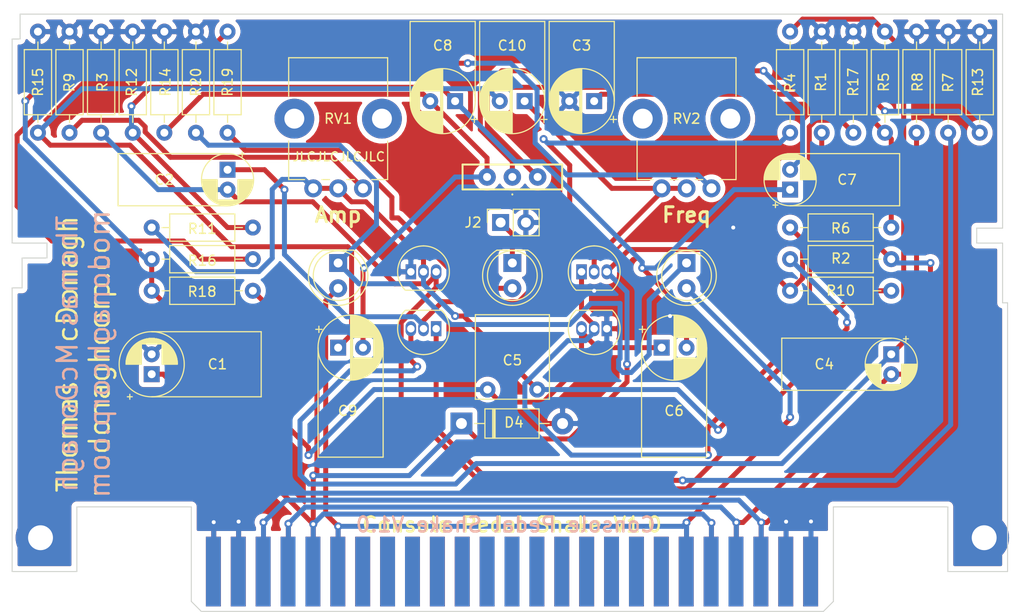
<source format=kicad_pcb>
(kicad_pcb (version 20171130) (host pcbnew "(5.1.7)-1")
  (layers (0 F.Cu signal) (31 B.Cu signal) (34 B.Paste user) (35 F.Paste user) (36 B.SilkS user) (37 F.SilkS user) (38 B.Mask user hide) (39 F.Mask user hide) (44 Edge.Cuts user))
  (net 0 "")
  (net 1 GND)
  (net 2 /LEDPower)
  (net 3 /Input)
  (net 4 /Output)
  (net 5 +9V)
  (net 6 "Net-(D1-Pad1)")
  (net 7 "Net-(C7-Pad2)")
  (net 8 "Net-(C8-Pad2)")
  (net 9 "Net-(C2-Pad1)")
  (net 10 "Net-(C2-Pad2)")
  (net 11 "Net-(C3-Pad1)")
  (net 12 "Net-(C4-Pad1)")
  (net 13 "Net-(C5-Pad1)")
  (net 14 "Net-(C5-Pad2)")
  (net 15 "Net-(C6-Pad2)")
  (net 16 "Net-(C10-Pad2)")
  (net 17 "Net-(C10-Pad1)")
  (net 18 "Net-(D3-Pad1)")
  (net 19 "Net-(D3-Pad2)")
  (net 20 "Net-(Q1-Pad1)")
  (net 21 "Net-(Q3-Pad1)")
  (net 22 "Net-(R9-Pad2)")
  (net 23 "Net-(R13-Pad1)")
  (net 24 "Net-(R16-Pad1)")
  (module libraries:MSS10255914AD (layer F.Cu) (at 132.75 86.36)
    (fp_text reference SW1 hide)
    (fp_text value Speed hide)
    (pad 1 thru_hole circle (at 0 0) (size 1.75 1.75) (drill 0.8) (layers *.Cu *.Mask) (net 7 "Net-(C7-Pad2)"))
    (pad 2 thru_hole circle (at -2.54 0) (size 1.75 1.75) (drill 0.8) (layers *.Cu *.Mask) (net 8 "Net-(C8-Pad2)"))
    (pad 3 thru_hole circle (at 2.54 0) (size 1.75 1.75) (drill 0.8) (layers *.Cu *.Mask) (net 23 "Net-(R13-Pad1)"))
  )
  (module LED_THT:LED_D5.0mm (layer F.Cu) (at 115.25 95 270)
    (fp_text reference D1 hide)
    (fp_text value LED)
    (pad 1 thru_hole rect (at 0 0 270) (size 1.8 1.8) (drill 0.9) (layers *.Cu *.Mask) (net 6 "Net-(D1-Pad1)"))
    (pad 2 thru_hole circle (at 2.54 0 270) (size 1.8 1.8) (drill 0.9) (layers *.Cu *.Mask) (net 2 /LEDPower))
  )
  (module LED_THT:LED_D5.0mm (layer F.Cu) (at 150.25 95 270)
    (fp_text reference D2 hide)
    (fp_text value LED)
    (pad 2 thru_hole circle (at 2.54 0 270) (size 1.8 1.8) (drill 0.9) (layers *.Cu *.Mask) (net 2 /LEDPower))
    (pad 1 thru_hole rect (at 0 0 270) (size 1.8 1.8) (drill 0.9) (layers *.Cu *.Mask) (net 6 "Net-(D1-Pad1)"))
  )
  (module libraries:N64-Connector (layer F.Cu) (at 132.715 126)
    (fp_text reference J1 hide)
    (fp_text value Conn_02x25_Counter_Clockwise)
    (pad 1 connect rect (at -30 0) (size 1.5 7) (layers F.Cu F.Mask) (net 1 GND))
    (pad 2 connect rect (at -27.5 0) (size 1.5 7) (layers F.Cu F.Mask) (net 1 GND))
    (pad 3 connect rect (at -25 0) (size 1.5 7) (layers F.Cu F.Mask) (net 3 /Input))
    (pad 4 connect rect (at -22.5 0) (size 1.5 7) (layers F.Cu F.Mask) (net 4 /Output))
    (pad 5 connect rect (at -20 0) (size 1.5 7) (layers F.Cu F.Mask) (net 5 +9V))
    (pad 6 connect rect (at -17.5 0) (size 1.5 7) (layers F.Cu F.Mask) (net 2 /LEDPower))
    (pad 7 connect rect (at -15 0) (size 1.5 7) (layers F.Cu F.Mask))
    (pad 8 connect rect (at -12.5 0) (size 1.5 7) (layers F.Cu F.Mask))
    (pad 9 connect rect (at -10 0) (size 1.5 7) (layers F.Cu F.Mask))
    (pad 10 connect rect (at -7.5 0) (size 1.5 7) (layers F.Cu F.Mask))
    (pad 11 connect rect (at -5 0) (size 1.5 7) (layers F.Cu F.Mask))
    (pad 12 connect rect (at -2.5 0) (size 1.5 7) (layers F.Cu F.Mask))
    (pad 13 connect rect (at 0 0) (size 1.5 7) (layers F.Cu F.Mask))
    (pad 14 connect rect (at 2.5 0) (size 1.5 7) (layers F.Cu F.Mask))
    (pad 15 connect rect (at 5 0) (size 1.5 7) (layers F.Cu F.Mask))
    (pad 16 connect rect (at 7.5 0) (size 1.5 7) (layers F.Cu F.Mask))
    (pad 17 connect rect (at 10 0) (size 1.5 7) (layers F.Cu F.Mask))
    (pad 18 connect rect (at 12.5 0) (size 1.5 7) (layers F.Cu F.Mask))
    (pad 19 connect rect (at 15 0) (size 1.5 7) (layers F.Cu F.Mask))
    (pad 20 connect rect (at 17.5 0) (size 1.5 7) (layers F.Cu F.Mask) (net 2 /LEDPower))
    (pad 21 connect rect (at 20 0) (size 1.5 7) (layers F.Cu F.Mask) (net 5 +9V))
    (pad 22 connect rect (at 22.5 0) (size 1.5 7) (layers F.Cu F.Mask) (net 4 /Output))
    (pad 23 connect rect (at 25 0) (size 1.5 7) (layers F.Cu F.Mask) (net 3 /Input))
    (pad 24 connect rect (at 27.5 0) (size 1.5 7) (layers F.Cu F.Mask) (net 1 GND))
    (pad 25 connect rect (at 30 0) (size 1.5 7) (layers F.Cu F.Mask) (net 1 GND))
    (pad 26 connect rect (at -30 0) (size 1.5 7) (layers B.Cu B.Mask) (net 1 GND))
    (pad 27 connect rect (at -27.5 0) (size 1.5 7) (layers B.Cu B.Mask) (net 1 GND))
    (pad 28 connect rect (at -25 0) (size 1.5 7) (layers B.Cu B.Mask) (net 3 /Input))
    (pad 29 connect rect (at -22.5 0) (size 1.5 7) (layers B.Cu B.Mask) (net 4 /Output))
    (pad 30 connect rect (at -20 0) (size 1.5 7) (layers B.Cu B.Mask) (net 5 +9V))
    (pad 31 connect rect (at -17.5 0) (size 1.5 7) (layers B.Cu B.Mask) (net 2 /LEDPower))
    (pad 32 connect rect (at -15 0) (size 1.5 7) (layers B.Cu B.Mask))
    (pad 33 connect rect (at -12.5 0) (size 1.5 7) (layers B.Cu B.Mask))
    (pad 34 connect rect (at -10 0) (size 1.5 7) (layers B.Cu B.Mask))
    (pad 35 connect rect (at -7.5 0) (size 1.5 7) (layers B.Cu B.Mask))
    (pad 36 connect rect (at -5 0) (size 1.5 7) (layers B.Cu B.Mask))
    (pad 37 connect rect (at -2.5 0) (size 1.5 7) (layers B.Cu B.Mask))
    (pad 38 connect rect (at 0 0) (size 1.5 7) (layers B.Cu B.Mask))
    (pad 39 connect rect (at 2.5 0) (size 1.5 7) (layers B.Cu B.Mask))
    (pad 40 connect rect (at 5 0) (size 1.5 7) (layers B.Cu B.Mask))
    (pad 41 connect rect (at 7.5 0) (size 1.5 7) (layers B.Cu B.Mask))
    (pad 42 connect rect (at 10 0) (size 1.5 7) (layers B.Cu B.Mask))
    (pad 43 connect rect (at 12.5 0) (size 1.5 7) (layers B.Cu B.Mask))
    (pad 44 connect rect (at 15 0) (size 1.5 7) (layers B.Cu B.Mask))
    (pad 45 connect rect (at 17.5 0) (size 1.5 7) (layers B.Cu B.Mask) (net 2 /LEDPower))
    (pad 46 connect rect (at 20 0) (size 1.5 7) (layers B.Cu B.Mask) (net 5 +9V))
    (pad 47 connect rect (at 22.5 0) (size 1.5 7) (layers B.Cu B.Mask) (net 4 /Output))
    (pad 48 connect rect (at 25 0) (size 1.5 7) (layers B.Cu B.Mask) (net 3 /Input))
    (pad 49 connect rect (at 27.5 0) (size 1.5 7) (layers B.Cu B.Mask) (net 1 GND))
    (pad 50 connect rect (at 30 0) (size 1.5 7) (layers B.Cu B.Mask) (net 1 GND))
  )
  (module MountingHole:MountingHole_2.5mm_Pad (layer F.Cu) (at 85.35 122.6)
    (fp_text reference H1 hide)
    (fp_text value MountingHole_Pad)
    (pad 1 thru_hole circle (at 0 0) (size 5 5) (drill 2.5) (layers *.Cu *.Mask) (net 1 GND))
  )
  (module MountingHole:MountingHole_2.5mm_Pad (layer F.Cu) (at 180.15 122.6)
    (fp_text reference H2 hide)
    (fp_text value MountingHole_Pad)
    (pad 1 thru_hole circle (at 0 0) (size 5 5) (drill 2.5) (layers *.Cu *.Mask) (net 1 GND))
  )
  (module Resistor_THT:R_Axial_DIN0207_L6.3mm_D2.5mm_P10.16mm_Horizontal (layer F.Cu) (at 100.965 71.755 270)
    (fp_text reference R20 (at 5.08 0 90) (layer F.SilkS))
    (fp_text value 100K)
    (pad 1 thru_hole circle (at 0 0 270) (size 1.6 1.6) (drill 0.8) (layers *.Cu *.Mask) (net 1 GND))
    (pad 2 thru_hole oval (at 10.16 0 270) (size 1.6 1.6) (drill 0.8) (layers *.Cu *.Mask) (net 6 "Net-(D1-Pad1)"))
  )
  (module libraries:C_Flat_L7.2_H6.5 (layer F.Cu) (at 135.255 107.315 180)
    (fp_text reference C5 (at 2.5 2.54) (layer F.SilkS))
    (fp_text value 0.047uF)
    (pad 1 thru_hole circle (at 0 -0.4 180) (size 1.6 1.6) (drill 0.8) (layers *.Cu *.Mask) (net 13 "Net-(C5-Pad1)"))
    (pad 2 thru_hole circle (at 5 -0.4 180) (size 1.6 1.6) (drill 0.8) (layers *.Cu *.Mask) (net 14 "Net-(C5-Pad2)"))
  )
  (module LED_THT:LED_D5.0mm (layer F.Cu) (at 132.75 95 270)
    (fp_text reference D3 hide)
    (fp_text value Pulse)
    (pad 1 thru_hole rect (at 0 0 270) (size 1.8 1.8) (drill 0.9) (layers *.Cu *.Mask) (net 18 "Net-(D3-Pad1)"))
    (pad 2 thru_hole circle (at 2.54 0 270) (size 1.8 1.8) (drill 0.9) (layers *.Cu *.Mask) (net 19 "Net-(D3-Pad2)"))
  )
  (module Diode_THT:D_DO-41_SOD81_P10.16mm_Horizontal (layer F.Cu) (at 127.635 111.125)
    (fp_text reference D4 (at 5.272999 -0.101001) (layer F.SilkS))
    (fp_text value 1N4001)
    (pad 1 thru_hole rect (at 0 0) (size 2.2 2.2) (drill 1.1) (layers *.Cu *.Mask) (net 5 +9V))
    (pad 2 thru_hole oval (at 10.16 0) (size 2.2 2.2) (drill 1.1) (layers *.Cu *.Mask) (net 1 GND))
  )
  (module Connector_PinSocket_2.54mm:PinSocket_1x02_P2.54mm_Vertical (layer F.Cu) (at 131.572 90.932 90)
    (fp_text reference J2 (at 0 -2.77 180) (layer F.SilkS))
    (fp_text value JP1)
    (pad 1 thru_hole rect (at 0 0 90) (size 1.7 1.7) (drill 1) (layers *.Cu *.Mask) (net 18 "Net-(D3-Pad1)"))
    (pad 2 thru_hole oval (at 0 2.54 90) (size 1.7 1.7) (drill 1) (layers *.Cu *.Mask) (net 1 GND))
  )
  (module Package_TO_SOT_THT:TO-92_Inline (layer F.Cu) (at 125.095 101.6 180)
    (fp_text reference Q1 hide)
    (fp_text value 2N5088)
    (pad 1 thru_hole rect (at 0 0 180) (size 1.05 1.5) (drill 0.75) (layers *.Cu *.Mask) (net 20 "Net-(Q1-Pad1)"))
    (pad 3 thru_hole oval (at 2.54 0 180) (size 1.05 1.5) (drill 0.75) (layers *.Cu *.Mask) (net 12 "Net-(C4-Pad1)"))
    (pad 2 thru_hole oval (at 1.27 0 180) (size 1.05 1.5) (drill 0.75) (layers *.Cu *.Mask) (net 9 "Net-(C2-Pad1)"))
  )
  (module Package_TO_SOT_THT:TO-92_Inline (layer F.Cu) (at 122.555 95.885)
    (fp_text reference Q2 hide)
    (fp_text value 2N5088)
    (pad 1 thru_hole rect (at 0 0) (size 1.05 1.5) (drill 0.75) (layers *.Cu *.Mask) (net 1 GND))
    (pad 3 thru_hole oval (at 2.54 0) (size 1.05 1.5) (drill 0.75) (layers *.Cu *.Mask) (net 10 "Net-(C2-Pad2)"))
    (pad 2 thru_hole oval (at 1.27 0) (size 1.05 1.5) (drill 0.75) (layers *.Cu *.Mask) (net 13 "Net-(C5-Pad1)"))
  )
  (module Package_TO_SOT_THT:TO-92_Inline (layer F.Cu) (at 139.7 95.885)
    (fp_text reference Q3 hide)
    (fp_text value 2N5088)
    (pad 2 thru_hole oval (at 1.27 0) (size 1.05 1.5) (drill 0.75) (layers *.Cu *.Mask) (net 17 "Net-(C10-Pad1)"))
    (pad 3 thru_hole oval (at 2.54 0) (size 1.05 1.5) (drill 0.75) (layers *.Cu *.Mask) (net 5 +9V))
    (pad 1 thru_hole rect (at 0 0) (size 1.05 1.5) (drill 0.75) (layers *.Cu *.Mask) (net 21 "Net-(Q3-Pad1)"))
  )
  (module Package_TO_SOT_THT:TO-92_Inline (layer F.Cu) (at 142.24 101.6 180)
    (fp_text reference Q4 hide)
    (fp_text value 2N5088)
    (pad 2 thru_hole oval (at 1.27 0 180) (size 1.05 1.5) (drill 0.75) (layers *.Cu *.Mask) (net 21 "Net-(Q3-Pad1)"))
    (pad 3 thru_hole oval (at 2.54 0 180) (size 1.05 1.5) (drill 0.75) (layers *.Cu *.Mask) (net 14 "Net-(C5-Pad2)"))
    (pad 1 thru_hole rect (at 0 0 180) (size 1.05 1.5) (drill 0.75) (layers *.Cu *.Mask) (net 1 GND))
  )
  (module Resistor_THT:R_Axial_DIN0207_L6.3mm_D2.5mm_P10.16mm_Horizontal (layer F.Cu) (at 163.83 71.755 270)
    (fp_text reference R1 (at 5.064999 0.080999 90) (layer F.SilkS))
    (fp_text value 1M)
    (pad 2 thru_hole oval (at 10.16 0 270) (size 1.6 1.6) (drill 0.8) (layers *.Cu *.Mask) (net 3 /Input))
    (pad 1 thru_hole circle (at 0 0 270) (size 1.6 1.6) (drill 0.8) (layers *.Cu *.Mask) (net 1 GND))
  )
  (module Resistor_THT:R_Axial_DIN0207_L6.3mm_D2.5mm_P10.16mm_Horizontal (layer F.Cu) (at 170.815 94.615 180)
    (fp_text reference R2 (at 5.064999 0.066999) (layer F.SilkS))
    (fp_text value 47K)
    (pad 2 thru_hole oval (at 10.16 0 180) (size 1.6 1.6) (drill 0.8) (layers *.Cu *.Mask) (net 10 "Net-(C2-Pad2)"))
    (pad 1 thru_hole circle (at 0 0 180) (size 1.6 1.6) (drill 0.8) (layers *.Cu *.Mask) (net 3 /Input))
  )
  (module Resistor_THT:R_Axial_DIN0207_L6.3mm_D2.5mm_P10.16mm_Horizontal (layer F.Cu) (at 91.44 81.915 90)
    (fp_text reference R3 (at 5.064999 0.122999 90) (layer F.SilkS))
    (fp_text value 47K)
    (pad 1 thru_hole circle (at 0 0 90) (size 1.6 1.6) (drill 0.8) (layers *.Cu *.Mask) (net 10 "Net-(C2-Pad2)"))
    (pad 2 thru_hole oval (at 10.16 0 90) (size 1.6 1.6) (drill 0.8) (layers *.Cu *.Mask) (net 1 GND))
  )
  (module Resistor_THT:R_Axial_DIN0207_L6.3mm_D2.5mm_P10.16mm_Horizontal (layer F.Cu) (at 160.655 81.915 90)
    (fp_text reference R4 (at 5.020999 0.000999 90) (layer F.SilkS))
    (fp_text value 470K)
    (pad 1 thru_hole circle (at 0 0 90) (size 1.6 1.6) (drill 0.8) (layers *.Cu *.Mask) (net 9 "Net-(C2-Pad1)"))
    (pad 2 thru_hole oval (at 10.16 0 90) (size 1.6 1.6) (drill 0.8) (layers *.Cu *.Mask) (net 12 "Net-(C4-Pad1)"))
  )
  (module Resistor_THT:R_Axial_DIN0207_L6.3mm_D2.5mm_P10.16mm_Horizontal (layer F.Cu) (at 170.18 81.915 90)
    (fp_text reference R5 (at 5.08 -0.117001 90) (layer F.SilkS))
    (fp_text value 6.8K)
    (pad 2 thru_hole oval (at 10.16 0 90) (size 1.6 1.6) (drill 0.8) (layers *.Cu *.Mask) (net 12 "Net-(C4-Pad1)"))
    (pad 1 thru_hole circle (at 0 0 90) (size 1.6 1.6) (drill 0.8) (layers *.Cu *.Mask) (net 11 "Net-(C3-Pad1)"))
  )
  (module Resistor_THT:R_Axial_DIN0207_L6.3mm_D2.5mm_P10.16mm_Horizontal (layer F.Cu) (at 160.655 91.44)
    (fp_text reference R6 (at 5.08 0.080999) (layer F.SilkS))
    (fp_text value 2.2K)
    (pad 2 thru_hole oval (at 10.16 0) (size 1.6 1.6) (drill 0.8) (layers *.Cu *.Mask) (net 11 "Net-(C3-Pad1)"))
    (pad 1 thru_hole circle (at 0 0) (size 1.6 1.6) (drill 0.8) (layers *.Cu *.Mask) (net 5 +9V))
  )
  (module Resistor_THT:R_Axial_DIN0207_L6.3mm_D2.5mm_P10.16mm_Horizontal (layer F.Cu) (at 176.53 81.915 90)
    (fp_text reference R7 (at 5.022999 -0.001001 90) (layer F.SilkS))
    (fp_text value 2.2K)
    (pad 1 thru_hole circle (at 0 0 90) (size 1.6 1.6) (drill 0.8) (layers *.Cu *.Mask) (net 20 "Net-(Q1-Pad1)"))
    (pad 2 thru_hole oval (at 10.16 0 90) (size 1.6 1.6) (drill 0.8) (layers *.Cu *.Mask) (net 1 GND))
  )
  (module Resistor_THT:R_Axial_DIN0207_L6.3mm_D2.5mm_P10.16mm_Horizontal (layer F.Cu) (at 173.355 81.915 90)
    (fp_text reference R8 (at 5.08 0.094999 90) (layer F.SilkS))
    (fp_text value 1M)
    (pad 1 thru_hole circle (at 0 0 90) (size 1.6 1.6) (drill 0.8) (layers *.Cu *.Mask) (net 4 /Output))
    (pad 2 thru_hole oval (at 10.16 0 90) (size 1.6 1.6) (drill 0.8) (layers *.Cu *.Mask) (net 1 GND))
  )
  (module Resistor_THT:R_Axial_DIN0207_L6.3mm_D2.5mm_P10.16mm_Horizontal (layer F.Cu) (at 88.265 71.755 270)
    (fp_text reference R9 (at 5.114999 0.012999 90) (layer F.SilkS))
    (fp_text value 15K)
    (pad 1 thru_hole circle (at 0 0 270) (size 1.6 1.6) (drill 0.8) (layers *.Cu *.Mask) (net 1 GND))
    (pad 2 thru_hole oval (at 10.16 0 270) (size 1.6 1.6) (drill 0.8) (layers *.Cu *.Mask) (net 22 "Net-(R9-Pad2)"))
  )
  (module Resistor_THT:R_Axial_DIN0207_L6.3mm_D2.5mm_P10.16mm_Horizontal (layer F.Cu) (at 170.815 97.79 180)
    (fp_text reference R10 (at 5.08 0.014999) (layer F.SilkS))
    (fp_text value 330K)
    (pad 2 thru_hole oval (at 10.16 0 180) (size 1.6 1.6) (drill 0.8) (layers *.Cu *.Mask) (net 5 +9V))
    (pad 1 thru_hole circle (at 0 0 180) (size 1.6 1.6) (drill 0.8) (layers *.Cu *.Mask) (net 13 "Net-(C5-Pad1)"))
  )
  (module Resistor_THT:R_Axial_DIN0207_L6.3mm_D2.5mm_P10.16mm_Horizontal (layer F.Cu) (at 96.52 91.44)
    (fp_text reference R11 (at 5.08 0.122999) (layer F.SilkS))
    (fp_text value 47K)
    (pad 1 thru_hole circle (at 0 0) (size 1.6 1.6) (drill 0.8) (layers *.Cu *.Mask) (net 13 "Net-(C5-Pad1)"))
    (pad 2 thru_hole oval (at 10.16 0) (size 1.6 1.6) (drill 0.8) (layers *.Cu *.Mask) (net 15 "Net-(C6-Pad2)"))
  )
  (module Resistor_THT:R_Axial_DIN0207_L6.3mm_D2.5mm_P10.16mm_Horizontal (layer F.Cu) (at 94.615 81.915 90)
    (fp_text reference R12 (at 5.08 -0.103001 90) (layer F.SilkS))
    (fp_text value 2.2K)
    (pad 2 thru_hole oval (at 10.16 0 90) (size 1.6 1.6) (drill 0.8) (layers *.Cu *.Mask) (net 1 GND))
    (pad 1 thru_hole circle (at 0 0 90) (size 1.6 1.6) (drill 0.8) (layers *.Cu *.Mask) (net 15 "Net-(C6-Pad2)"))
  )
  (module Resistor_THT:R_Axial_DIN0207_L6.3mm_D2.5mm_P10.16mm_Horizontal (layer F.Cu) (at 179.705 81.915 90)
    (fp_text reference R13 (at 5.08 -0.187001 90) (layer F.SilkS))
    (fp_text value 220)
    (pad 1 thru_hole circle (at 0 0 90) (size 1.6 1.6) (drill 0.8) (layers *.Cu *.Mask) (net 23 "Net-(R13-Pad1)"))
    (pad 2 thru_hole oval (at 10.16 0 90) (size 1.6 1.6) (drill 0.8) (layers *.Cu *.Mask) (net 1 GND))
  )
  (module Resistor_THT:R_Axial_DIN0207_L6.3mm_D2.5mm_P10.16mm_Horizontal (layer F.Cu) (at 97.79 81.915 90)
    (fp_text reference R14 (at 5.08 0.108999 90) (layer F.SilkS))
    (fp_text value 2.2K)
    (pad 2 thru_hole oval (at 10.16 0 90) (size 1.6 1.6) (drill 0.8) (layers *.Cu *.Mask) (net 1 GND))
    (pad 1 thru_hole circle (at 0 0 90) (size 1.6 1.6) (drill 0.8) (layers *.Cu *.Mask) (net 8 "Net-(C8-Pad2)"))
  )
  (module Resistor_THT:R_Axial_DIN0207_L6.3mm_D2.5mm_P10.16mm_Horizontal (layer F.Cu) (at 85.09 81.915 90)
    (fp_text reference R15 (at 5.08 0.000999 90) (layer F.SilkS))
    (fp_text value 2.2K)
    (pad 2 thru_hole oval (at 10.16 0 90) (size 1.6 1.6) (drill 0.8) (layers *.Cu *.Mask) (net 1 GND))
    (pad 1 thru_hole circle (at 0 0 90) (size 1.6 1.6) (drill 0.8) (layers *.Cu *.Mask) (net 16 "Net-(C10-Pad2)"))
  )
  (module Resistor_THT:R_Axial_DIN0207_L6.3mm_D2.5mm_P10.16mm_Horizontal (layer F.Cu) (at 106.68 94.615 180)
    (fp_text reference R16 (at 5.08 -0.145001) (layer F.SilkS))
    (fp_text value 27K)
    (pad 2 thru_hole oval (at 10.16 0 180) (size 1.6 1.6) (drill 0.8) (layers *.Cu *.Mask) (net 14 "Net-(C5-Pad2)"))
    (pad 1 thru_hole circle (at 0 0 180) (size 1.6 1.6) (drill 0.8) (layers *.Cu *.Mask) (net 24 "Net-(R16-Pad1)"))
  )
  (module Resistor_THT:R_Axial_DIN0207_L6.3mm_D2.5mm_P10.16mm_Horizontal (layer F.Cu) (at 167.005 71.755 270)
    (fp_text reference R17 (at 5.08 0.014999 90) (layer F.SilkS))
    (fp_text value 6.8K)
    (pad 1 thru_hole circle (at 0 0 270) (size 1.6 1.6) (drill 0.8) (layers *.Cu *.Mask) (net 1 GND))
    (pad 2 thru_hole oval (at 10.16 0 270) (size 1.6 1.6) (drill 0.8) (layers *.Cu *.Mask) (net 21 "Net-(Q3-Pad1)"))
  )
  (module Resistor_THT:R_Axial_DIN0207_L6.3mm_D2.5mm_P10.16mm_Horizontal (layer F.Cu) (at 96.52 97.79)
    (fp_text reference R18 (at 5.064999 0.094999) (layer F.SilkS))
    (fp_text value 2.2K)
    (pad 1 thru_hole circle (at 0 0) (size 1.6 1.6) (drill 0.8) (layers *.Cu *.Mask) (net 14 "Net-(C5-Pad2)"))
    (pad 2 thru_hole oval (at 10.16 0) (size 1.6 1.6) (drill 0.8) (layers *.Cu *.Mask) (net 5 +9V))
  )
  (module Resistor_THT:R_Axial_DIN0207_L6.3mm_D2.5mm_P10.16mm_Horizontal (layer F.Cu) (at 104.14 81.915 90)
    (fp_text reference R19 (at 5.08 0 90) (layer F.SilkS))
    (fp_text value 2.2K)
    (pad 1 thru_hole circle (at 0 0 90) (size 1.6 1.6) (drill 0.8) (layers *.Cu *.Mask) (net 19 "Net-(D3-Pad2)"))
    (pad 2 thru_hole oval (at 10.16 0 90) (size 1.6 1.6) (drill 0.8) (layers *.Cu *.Mask) (net 14 "Net-(C5-Pad2)"))
  )
  (module Potentiometer_THT:Potentiometer_Bourns_PTV09A-1_Single_Vertical (layer F.Cu) (at 117.75 87.5 90)
    (fp_text reference RV1 (at 7 -2.5 180) (layer F.SilkS))
    (fp_text value Amp)
    (pad "" np_thru_hole circle (at 7 1.9 90) (size 4 4) (drill 2) (layers *.Cu *.Mask))
    (pad "" np_thru_hole circle (at 7 -6.9 90) (size 4 4) (drill 2) (layers *.Cu *.Mask))
    (pad 1 thru_hole circle (at 0 0 90) (size 1.8 1.8) (drill 1) (layers *.Cu *.Mask) (net 22 "Net-(R9-Pad2)"))
    (pad 2 thru_hole circle (at 0 -2.5 90) (size 1.8 1.8) (drill 1) (layers *.Cu *.Mask) (net 13 "Net-(C5-Pad1)"))
    (pad 3 thru_hole circle (at 0 -5 90) (size 1.8 1.8) (drill 1) (layers *.Cu *.Mask) (net 13 "Net-(C5-Pad1)"))
  )
  (module Potentiometer_THT:Potentiometer_Bourns_PTV09A-1_Single_Vertical (layer F.Cu) (at 152.75 87.5 90)
    (fp_text reference RV2 (at 7 -2.5 180) (layer F.SilkS))
    (fp_text value Freq)
    (pad 3 thru_hole circle (at 0 -5 90) (size 1.8 1.8) (drill 1) (layers *.Cu *.Mask) (net 17 "Net-(C10-Pad1)"))
    (pad 2 thru_hole circle (at 0 -2.5 90) (size 1.8 1.8) (drill 1) (layers *.Cu *.Mask) (net 17 "Net-(C10-Pad1)"))
    (pad 1 thru_hole circle (at 0 0 90) (size 1.8 1.8) (drill 1) (layers *.Cu *.Mask) (net 24 "Net-(R16-Pad1)"))
    (pad "" np_thru_hole circle (at 7 -6.9 90) (size 4 4) (drill 2) (layers *.Cu *.Mask))
    (pad "" np_thru_hole circle (at 7 1.9 90) (size 4 4) (drill 2) (layers *.Cu *.Mask))
  )
  (module libraries:CP_Radial_D6.3mm_P2.50mm (layer F.Cu) (at 140.97 78.74 180)
    (fp_text reference C3 (at 1.27 5.588) (layer F.SilkS))
    (fp_text value 22uF)
    (pad 2 thru_hole circle (at 2.5 0 180) (size 1.6 1.6) (drill 0.8) (layers *.Cu *.Mask) (net 1 GND))
    (pad 1 thru_hole rect (at 0 0 180) (size 1.6 1.6) (drill 0.8) (layers *.Cu *.Mask) (net 11 "Net-(C3-Pad1)"))
  )
  (module libraries:CP_Radial_D6.3mm_P2.50mm (layer F.Cu) (at 127 78.74 180)
    (fp_text reference C8 (at 1.25 5.588) (layer F.SilkS))
    (fp_text value 22uF)
    (pad 1 thru_hole rect (at 0 0 180) (size 1.6 1.6) (drill 0.8) (layers *.Cu *.Mask) (net 15 "Net-(C6-Pad2)"))
    (pad 2 thru_hole circle (at 2.5 0 180) (size 1.6 1.6) (drill 0.8) (layers *.Cu *.Mask) (net 8 "Net-(C8-Pad2)"))
  )
  (module libraries:CP_Radial_D6.3mm_P2.50mm (layer F.Cu) (at 133.985 78.74 180)
    (fp_text reference C10 (at 1.25 5.588) (layer F.SilkS))
    (fp_text value 22uF)
    (pad 2 thru_hole circle (at 2.5 0 180) (size 1.6 1.6) (drill 0.8) (layers *.Cu *.Mask) (net 16 "Net-(C10-Pad2)"))
    (pad 1 thru_hole rect (at 0 0 180) (size 1.6 1.6) (drill 0.8) (layers *.Cu *.Mask) (net 17 "Net-(C10-Pad1)"))
  )
  (module libraries:CP_Radial_D5.0mm_P2.00mm (layer F.Cu) (at 104.14 85.63 270)
    (fp_text reference C2 (at 1 6.35 180) (layer F.SilkS))
    (fp_text value 4.7uF)
    (pad 1 thru_hole rect (at 0 0 270) (size 1.6 1.6) (drill 0.8) (layers *.Cu *.Mask) (net 9 "Net-(C2-Pad1)"))
    (pad 2 thru_hole circle (at 2 0 270) (size 1.6 1.6) (drill 0.8) (layers *.Cu *.Mask) (net 10 "Net-(C2-Pad2)"))
  )
  (module libraries:CP_Radial_D5.0mm_P2.00mm (layer F.Cu) (at 170.815 104.172 270)
    (fp_text reference C4 (at 1 6.731 180) (layer F.SilkS))
    (fp_text value 4.7uF)
    (pad 1 thru_hole rect (at 0 0 270) (size 1.6 1.6) (drill 0.8) (layers *.Cu *.Mask) (net 12 "Net-(C4-Pad1)"))
    (pad 2 thru_hole circle (at 2 0 270) (size 1.6 1.6) (drill 0.8) (layers *.Cu *.Mask) (net 4 /Output))
  )
  (module libraries:CP_Radial_D5.0mm_P2.00mm (layer F.Cu) (at 160.655 87.63 90)
    (fp_text reference C7 (at 1 5.715 180) (layer F.SilkS))
    (fp_text value 4.7uF)
    (pad 2 thru_hole circle (at 2 0 90) (size 1.6 1.6) (drill 0.8) (layers *.Cu *.Mask) (net 7 "Net-(C7-Pad2)"))
    (pad 1 thru_hole rect (at 0 0 90) (size 1.6 1.6) (drill 0.8) (layers *.Cu *.Mask) (net 15 "Net-(C6-Pad2)"))
  )
  (module libraries:CP_Radial_D6.3mm_P2.50mm (layer F.Cu) (at 147.75 103.505)
    (fp_text reference C6 (at 1.25 6.35) (layer F.SilkS))
    (fp_text value 10uF)
    (pad 1 thru_hole rect (at 0 0) (size 1.6 1.6) (drill 0.8) (layers *.Cu *.Mask) (net 14 "Net-(C5-Pad2)"))
    (pad 2 thru_hole circle (at 2.5 0) (size 1.6 1.6) (drill 0.8) (layers *.Cu *.Mask) (net 15 "Net-(C6-Pad2)"))
  )
  (module libraries:CP_Radial_D6.3mm_P2.50mm (layer F.Cu) (at 115.25 103.505)
    (fp_text reference C9 (at 0.955 6.35) (layer F.SilkS))
    (fp_text value 10uF)
    (pad 2 thru_hole circle (at 2.5 0) (size 1.6 1.6) (drill 0.8) (layers *.Cu *.Mask) (net 8 "Net-(C8-Pad2)"))
    (pad 1 thru_hole rect (at 0 0) (size 1.6 1.6) (drill 0.8) (layers *.Cu *.Mask) (net 16 "Net-(C10-Pad2)"))
  )
  (module libraries:CP_Radial_D6.3mm_P2.00mm (layer F.Cu) (at 96.52 106.172 90)
    (fp_text reference C1 (at 1 6.604 180) (layer F.SilkS))
    (fp_text value 100uF)
    (pad 1 thru_hole rect (at 0 0 90) (size 1.6 1.6) (drill 0.8) (layers *.Cu *.Mask) (net 5 +9V))
    (pad 2 thru_hole circle (at 2 0 90) (size 1.6 1.6) (drill 0.8) (layers *.Cu *.Mask) (net 1 GND))
  )
  (gr_text Freq (at 150.25 90.17) (layer F.SilkS) (effects (font (size 1.5 1.5) (thickness 0.3))))
  (gr_text Amp (at 115.25 90.17) (layer F.SilkS) (effects (font (size 1.5 1.5) (thickness 0.3))))
  (gr_text JLCJLCJLCJLC (at 115.316 84.328) (layer F.SilkS) (effects (font (size 0.9 0.9))))
  (gr_line (start 182 70) (end 83.3 70) (layer Edge.Cuts) (width 0.1))
  (gr_line (start 182 70) (end 182 91.5) (layer Edge.Cuts) (width 0.1))
  (gr_line (start 182 91.5) (end 179.4 91.5) (layer Edge.Cuts) (width 0.1))
  (gr_line (start 179.4 93) (end 179.4 91.5) (layer Edge.Cuts) (width 0.1))
  (gr_line (start 182 93) (end 179.4 93) (layer Edge.Cuts) (width 0.1))
  (gr_line (start 83.3 72.5) (end 83.3 70) (layer Edge.Cuts) (width 0.1))
  (gr_line (start 82.5 72.5) (end 83.3 72.5) (layer Edge.Cuts) (width 0.1))
  (gr_line (start 82.5 93) (end 82.5 72.5) (layer Edge.Cuts) (width 0.1))
  (gr_line (start 86 93) (end 82.5 93) (layer Edge.Cuts) (width 0.1))
  (gr_text "Console Pedal Shake V1.0" (at 132.08 121.285) (layer B.SilkS) (effects (font (size 1.5 1.5) (thickness 0.25)) (justify mirror)))
  (gr_text "Console Pedal Shake V1.0" (at 132.715 121.285) (layer F.SilkS) (effects (font (size 1.5 1.5) (thickness 0.25))))
  (gr_text "Thomas McDonagh\nmcdonaghcorp.com" (at 89.662 104.14 90) (layer B.SilkS) (effects (font (size 2 2) (thickness 0.25)) (justify mirror)))
  (gr_text "Thomas McDonagh\nmcdonaghcorp.com" (at 89.662 104.14 90) (layer F.SilkS) (effects (font (size 2 2) (thickness 0.25))))
  (gr_line (start 182 93) (end 182 99) (layer Edge.Cuts) (width 0.1))
  (gr_line (start 182.5 99) (end 182 99) (layer Edge.Cuts) (width 0.1))
  (gr_line (start 182.5 126) (end 182.5 99) (layer Edge.Cuts) (width 0.1))
  (gr_line (start 182.5 126) (end 176.5 126) (layer Edge.Cuts) (width 0.1))
  (gr_line (start 176.5 119.5) (end 176.5 126) (layer Edge.Cuts) (width 0.1))
  (gr_line (start 176.5 119.5) (end 165 119.5) (layer Edge.Cuts) (width 0.1))
  (gr_line (start 165 129) (end 165 119.5) (layer Edge.Cuts) (width 0.1))
  (gr_line (start 165 129) (end 164 130) (layer Edge.Cuts) (width 0.1))
  (gr_line (start 86 94.5) (end 86 93) (layer Edge.Cuts) (width 0.1))
  (gr_line (start 83.5 94.5) (end 86 94.5) (layer Edge.Cuts) (width 0.1))
  (gr_line (start 83.5 97.5) (end 83.5 94.5) (layer Edge.Cuts) (width 0.1))
  (gr_line (start 82.5 97.5) (end 83.5 97.5) (layer Edge.Cuts) (width 0.1))
  (gr_line (start 82.5 126) (end 82.5 97.5) (layer Edge.Cuts) (width 0.1))
  (gr_line (start 89 126) (end 82.5 126) (layer Edge.Cuts) (width 0.1))
  (gr_line (start 89 119.5) (end 89 126) (layer Edge.Cuts) (width 0.1))
  (gr_line (start 100.5 119.5) (end 89 119.5) (layer Edge.Cuts) (width 0.1))
  (gr_line (start 100.5 129) (end 100.5 119.5) (layer Edge.Cuts) (width 0.1))
  (gr_line (start 100.5 129) (end 101.5 130) (layer Edge.Cuts) (width 0.1))
  (gr_line (start 164 130) (end 101.5 130) (layer Edge.Cuts) (width 0.1))
  (segment (start 105.25 126) (end 105.25 120.979) (width 0.5) (layer F.Cu) (net 1))
  (via (at 105.25 120.979) (size 0.8) (drill 0.4) (layers F.Cu B.Cu) (net 1))
  (segment (start 105.25 126) (end 105.25 120.979) (width 0.5) (layer B.Cu) (net 1))
  (segment (start 160.25 126) (end 160.25 120.988) (width 0.5) (layer F.Cu) (net 1))
  (via (at 160.25 120.988) (size 0.8) (drill 0.4) (layers F.Cu B.Cu) (net 1))
  (segment (start 160.25 126) (end 160.25 120.988) (width 0.5) (layer B.Cu) (net 1))
  (segment (start 157.384969 118.122969) (end 160.25 120.988) (width 0.5) (layer B.Cu) (net 1))
  (segment (start 108.106031 118.122969) (end 157.384969 118.122969) (width 0.5) (layer B.Cu) (net 1))
  (segment (start 105.25 120.979) (end 108.106031 118.122969) (width 0.5) (layer B.Cu) (net 1))
  (segment (start 102.75 126) (end 102.75 121.038) (width 0.5) (layer F.Cu) (net 1))
  (via (at 102.75 121.038) (size 0.8) (drill 0.4) (layers F.Cu B.Cu) (net 1))
  (segment (start 102.75 126) (end 102.75 121.038) (width 0.5) (layer B.Cu) (net 1))
  (segment (start 162.75 126) (end 162.75 120.967) (width 0.5) (layer F.Cu) (net 1))
  (via (at 162.75 120.967) (size 0.8) (drill 0.4) (layers F.Cu B.Cu) (net 1))
  (segment (start 162.75 120.967) (end 162.75 126) (width 0.5) (layer B.Cu) (net 1))
  (segment (start 162.729 120.988) (end 162.75 120.967) (width 0.5) (layer B.Cu) (net 1))
  (segment (start 160.25 120.988) (end 162.729 120.988) (width 0.5) (layer B.Cu) (net 1))
  (segment (start 105.191 121.038) (end 105.25 120.979) (width 0.5) (layer B.Cu) (net 1))
  (segment (start 102.75 121.038) (end 105.191 121.038) (width 0.5) (layer B.Cu) (net 1))
  (via (at 140.97 97.79) (size 0.8) (drill 0.4) (layers F.Cu B.Cu) (net 1))
  (via (at 154.94 91.44) (size 0.8) (drill 0.4) (layers F.Cu B.Cu) (net 1))
  (via (at 148.59 100.33) (size 0.8) (drill 0.4) (layers F.Cu B.Cu) (net 1))
  (segment (start 115.25 126) (end 115.25 121.454) (width 0.5) (layer F.Cu) (net 2))
  (via (at 115.25 121.454) (size 0.8) (drill 0.4) (layers F.Cu B.Cu) (net 2))
  (segment (start 115.25 126) (end 115.25 121.454) (width 0.5) (layer B.Cu) (net 2))
  (segment (start 150.25 126) (end 150.25 121.073) (width 0.5) (layer F.Cu) (net 2))
  (via (at 150.25 121.073) (size 0.8) (drill 0.4) (layers F.Cu B.Cu) (net 2))
  (segment (start 150.25 121.073) (end 150.25 126) (width 0.5) (layer B.Cu) (net 2))
  (segment (start 149.869 121.454) (end 150.25 121.073) (width 0.5) (layer B.Cu) (net 2))
  (segment (start 115.25 121.454) (end 149.869 121.454) (width 0.5) (layer B.Cu) (net 2))
  (segment (start 113.999999 120.203999) (end 115.25 121.454) (width 0.5) (layer F.Cu) (net 2))
  (segment (start 113.999999 98.790001) (end 113.999999 120.203999) (width 0.5) (layer F.Cu) (net 2))
  (segment (start 115.25 97.54) (end 113.999999 98.790001) (width 0.5) (layer F.Cu) (net 2))
  (segment (start 150.25 121.073) (end 160.655 110.668) (width 0.5) (layer F.Cu) (net 2))
  (segment (start 160.655 110.668) (end 160.655 110.49) (width 0.5) (layer F.Cu) (net 2))
  (segment (start 160.655 110.49) (end 160.655 110.49) (width 0.5) (layer F.Cu) (net 2))
  (via (at 160.655 110.49) (size 0.8) (drill 0.4) (layers F.Cu B.Cu) (net 2))
  (segment (start 160.655 107.945) (end 150.25 97.54) (width 0.5) (layer B.Cu) (net 2))
  (segment (start 160.655 110.49) (end 160.655 107.945) (width 0.5) (layer B.Cu) (net 2))
  (segment (start 107.75 126) (end 107.75 121.066) (width 0.5) (layer F.Cu) (net 3))
  (via (at 107.75 121.066) (size 0.8) (drill 0.4) (layers F.Cu B.Cu) (net 3))
  (segment (start 107.75 121.066) (end 107.75 126) (width 0.5) (layer B.Cu) (net 3))
  (segment (start 157.75 126) (end 157.75 121.066) (width 0.5) (layer F.Cu) (net 3))
  (via (at 157.75 121.066) (size 0.8) (drill 0.4) (layers F.Cu B.Cu) (net 3))
  (segment (start 157.75 121.066) (end 157.75 126) (width 0.5) (layer B.Cu) (net 3))
  (segment (start 155.506979 118.822979) (end 157.75 121.066) (width 0.5) (layer B.Cu) (net 3))
  (segment (start 109.993021 118.822979) (end 155.506979 118.822979) (width 0.5) (layer B.Cu) (net 3))
  (segment (start 107.75 121.066) (end 109.993021 118.822979) (width 0.5) (layer B.Cu) (net 3))
  (segment (start 157.734 121.05) (end 157.75 121.066) (width 0.5) (layer F.Cu) (net 3))
  (segment (start 163.83 87.63) (end 170.815 94.615) (width 0.5) (layer F.Cu) (net 3))
  (segment (start 163.83 81.915) (end 163.83 87.63) (width 0.5) (layer F.Cu) (net 3))
  (segment (start 158.315685 121.066) (end 174.752 104.629685) (width 0.5) (layer F.Cu) (net 3))
  (segment (start 157.75 121.066) (end 158.315685 121.066) (width 0.5) (layer F.Cu) (net 3))
  (segment (start 174.752 104.629685) (end 174.752 94.996) (width 0.5) (layer F.Cu) (net 3))
  (segment (start 174.752 94.996) (end 174.752 94.996) (width 0.5) (layer F.Cu) (net 3))
  (via (at 174.752 94.996) (size 0.8) (drill 0.4) (layers F.Cu B.Cu) (net 3))
  (segment (start 171.196 94.996) (end 170.815 94.615) (width 0.5) (layer B.Cu) (net 3))
  (segment (start 174.752 94.996) (end 171.196 94.996) (width 0.5) (layer B.Cu) (net 3))
  (segment (start 110.25 126) (end 110.25 121.195) (width 0.5) (layer F.Cu) (net 4))
  (via (at 110.25 121.195) (size 0.8) (drill 0.4) (layers F.Cu B.Cu) (net 4))
  (segment (start 110.25 121.195) (end 110.25 126) (width 0.5) (layer B.Cu) (net 4))
  (segment (start 155.25 126) (end 155.25 121.068) (width 0.5) (layer F.Cu) (net 4))
  (via (at 155.25 121.068) (size 0.8) (drill 0.4) (layers F.Cu B.Cu) (net 4))
  (segment (start 155.25 121.068) (end 155.25 126) (width 0.5) (layer B.Cu) (net 4))
  (segment (start 153.704989 119.522989) (end 155.25 121.068) (width 0.5) (layer B.Cu) (net 4))
  (segment (start 111.922011 119.522989) (end 153.704989 119.522989) (width 0.5) (layer B.Cu) (net 4))
  (segment (start 110.25 121.195) (end 111.922011 119.522989) (width 0.5) (layer B.Cu) (net 4))
  (segment (start 110.25 121.045) (end 110.25 121.195) (width 0.5) (layer F.Cu) (net 4))
  (segment (start 171.94637 106.172) (end 170.815 106.172) (width 0.5) (layer F.Cu) (net 4))
  (segment (start 173.355 104.76337) (end 171.94637 106.172) (width 0.5) (layer F.Cu) (net 4))
  (segment (start 173.355 81.915) (end 173.355 104.76337) (width 0.5) (layer F.Cu) (net 4))
  (segment (start 155.919 121.068) (end 155.25 121.068) (width 0.5) (layer F.Cu) (net 4))
  (segment (start 170.815 106.172) (end 155.919 121.068) (width 0.5) (layer F.Cu) (net 4))
  (segment (start 112.75 126) (end 112.75 121.235) (width 0.5) (layer F.Cu) (net 5))
  (via (at 112.75 121.235) (size 0.8) (drill 0.4) (layers F.Cu B.Cu) (net 5))
  (segment (start 112.75 121.235) (end 112.75 126) (width 0.5) (layer B.Cu) (net 5))
  (segment (start 152.75 126) (end 152.75 121.108) (width 0.5) (layer F.Cu) (net 5))
  (via (at 152.75 121.108) (size 0.8) (drill 0.4) (layers F.Cu B.Cu) (net 5))
  (segment (start 152.75 121.108) (end 152.75 126) (width 0.5) (layer B.Cu) (net 5))
  (segment (start 151.864999 120.222999) (end 152.75 121.108) (width 0.5) (layer B.Cu) (net 5))
  (segment (start 113.762001 120.222999) (end 151.864999 120.222999) (width 0.5) (layer B.Cu) (net 5))
  (segment (start 112.75 121.235) (end 113.762001 120.222999) (width 0.5) (layer B.Cu) (net 5))
  (segment (start 97.687 106.172) (end 112.75 121.235) (width 0.5) (layer F.Cu) (net 5))
  (segment (start 96.52 106.172) (end 97.687 106.172) (width 0.5) (layer F.Cu) (net 5))
  (segment (start 161.905001 92.690001) (end 160.655 91.44) (width 0.5) (layer F.Cu) (net 5))
  (segment (start 161.905001 96.539999) (end 161.905001 92.690001) (width 0.5) (layer F.Cu) (net 5))
  (segment (start 160.655 97.79) (end 161.905001 96.539999) (width 0.5) (layer F.Cu) (net 5))
  (segment (start 144.475001 93.649999) (end 142.24 95.885) (width 0.5) (layer F.Cu) (net 5))
  (segment (start 156.514999 93.649999) (end 144.475001 93.649999) (width 0.5) (layer F.Cu) (net 5))
  (segment (start 160.655 97.79) (end 156.514999 93.649999) (width 0.5) (layer F.Cu) (net 5))
  (segment (start 112.75 121.235) (end 112.75 116.358) (width 0.5) (layer F.Cu) (net 5))
  (segment (start 112.75 116.358) (end 112.75 116.358) (width 0.5) (layer F.Cu) (net 5))
  (via (at 112.75 116.358) (size 0.8) (drill 0.4) (layers F.Cu B.Cu) (net 5))
  (segment (start 122.402 116.358) (end 127.635 111.125) (width 0.5) (layer B.Cu) (net 5))
  (segment (start 112.75 116.358) (end 122.402 116.358) (width 0.5) (layer B.Cu) (net 5))
  (segment (start 138.539001 112.675001) (end 144.272 106.942002) (width 0.5) (layer F.Cu) (net 5))
  (segment (start 129.185001 112.675001) (end 138.539001 112.675001) (width 0.5) (layer F.Cu) (net 5))
  (segment (start 127.635 111.125) (end 129.185001 112.675001) (width 0.5) (layer F.Cu) (net 5))
  (segment (start 144.272 106.942002) (end 144.272 105.156) (width 0.5) (layer F.Cu) (net 5))
  (segment (start 144.272 105.156) (end 144.272 105.156) (width 0.5) (layer F.Cu) (net 5))
  (via (at 144.272 105.156) (size 0.8) (drill 0.4) (layers F.Cu B.Cu) (net 5))
  (segment (start 144.272 97.917) (end 142.24 95.885) (width 0.5) (layer B.Cu) (net 5))
  (segment (start 144.272 105.156) (end 144.272 97.917) (width 0.5) (layer B.Cu) (net 5))
  (segment (start 113.118001 115.989999) (end 112.75 116.358) (width 0.5) (layer F.Cu) (net 5))
  (segment (start 113.118001 104.228001) (end 113.118001 115.989999) (width 0.5) (layer F.Cu) (net 5))
  (segment (start 106.68 97.79) (end 113.118001 104.228001) (width 0.5) (layer F.Cu) (net 5))
  (segment (start 102.215001 83.165001) (end 100.965 81.915) (width 0.5) (layer B.Cu) (net 6))
  (segment (start 115.413003 83.165001) (end 102.215001 83.165001) (width 0.5) (layer B.Cu) (net 6))
  (segment (start 119.100001 86.851999) (end 115.413003 83.165001) (width 0.5) (layer B.Cu) (net 6))
  (segment (start 119.100001 91.149999) (end 119.100001 86.851999) (width 0.5) (layer B.Cu) (net 6))
  (segment (start 115.25 95) (end 119.100001 91.149999) (width 0.5) (layer B.Cu) (net 6))
  (segment (start 146.499999 98.750001) (end 150.25 95) (width 0.5) (layer B.Cu) (net 6))
  (segment (start 146.499999 104.186003) (end 146.499999 98.750001) (width 0.5) (layer B.Cu) (net 6))
  (segment (start 144.680001 106.006001) (end 146.499999 104.186003) (width 0.5) (layer B.Cu) (net 6))
  (segment (start 143.863999 106.006001) (end 144.680001 106.006001) (width 0.5) (layer B.Cu) (net 6))
  (segment (start 143.421999 104.747999) (end 143.421999 105.564001) (width 0.5) (layer B.Cu) (net 6))
  (segment (start 143.57199 104.598008) (end 143.421999 104.747999) (width 0.5) (layer B.Cu) (net 6))
  (segment (start 143.57199 99.06) (end 143.57199 104.598008) (width 0.5) (layer B.Cu) (net 6))
  (segment (start 140.636128 99.06) (end 143.57199 99.06) (width 0.5) (layer B.Cu) (net 6))
  (segment (start 143.421999 105.564001) (end 143.863999 106.006001) (width 0.5) (layer B.Cu) (net 6))
  (segment (start 138.516127 101.180001) (end 140.636128 99.06) (width 0.5) (layer B.Cu) (net 6))
  (segment (start 126.591999 101.180001) (end 138.516127 101.180001) (width 0.5) (layer B.Cu) (net 6))
  (segment (start 122.496999 97.085001) (end 126.591999 101.180001) (width 0.5) (layer B.Cu) (net 6))
  (segment (start 117.335001 97.085001) (end 122.496999 97.085001) (width 0.5) (layer B.Cu) (net 6))
  (segment (start 115.25 95) (end 117.335001 97.085001) (width 0.5) (layer B.Cu) (net 6))
  (segment (start 129.534989 77.850046) (end 131.693035 75.692) (width 0.5) (layer F.Cu) (net 7))
  (segment (start 129.534989 81.594952) (end 129.534989 77.850046) (width 0.5) (layer F.Cu) (net 7))
  (segment (start 132.75 84.809962) (end 129.534989 81.594952) (width 0.5) (layer F.Cu) (net 7))
  (segment (start 132.75 86.36) (end 132.75 84.809962) (width 0.5) (layer F.Cu) (net 7))
  (segment (start 131.693035 75.692) (end 157.988 75.692) (width 0.5) (layer F.Cu) (net 7))
  (segment (start 157.988 75.692) (end 157.988 75.692) (width 0.5) (layer F.Cu) (net 7))
  (via (at 157.988 75.692) (size 0.8) (drill 0.4) (layers F.Cu B.Cu) (net 7))
  (segment (start 161.905001 84.379999) (end 160.655 85.63) (width 0.5) (layer B.Cu) (net 7))
  (segment (start 161.905001 79.609001) (end 161.905001 84.379999) (width 0.5) (layer B.Cu) (net 7))
  (segment (start 157.988 75.692) (end 161.905001 79.609001) (width 0.5) (layer B.Cu) (net 7))
  (segment (start 123.809999 78.049999) (end 124.5 78.74) (width 0.5) (layer F.Cu) (net 8))
  (segment (start 101.655001 78.049999) (end 123.809999 78.049999) (width 0.5) (layer F.Cu) (net 8))
  (segment (start 97.79 81.915) (end 101.655001 78.049999) (width 0.5) (layer F.Cu) (net 8))
  (segment (start 130.21 84.45) (end 124.5 78.74) (width 0.5) (layer F.Cu) (net 8))
  (segment (start 130.21 86.36) (end 130.21 84.45) (width 0.5) (layer F.Cu) (net 8))
  (segment (start 117.75 103.505) (end 117.75 95.61) (width 0.5) (layer F.Cu) (net 8))
  (segment (start 117.75 95.61) (end 117.856 95.504) (width 0.5) (layer F.Cu) (net 8))
  (segment (start 117.856 95.504) (end 117.856 95.504) (width 0.5) (layer F.Cu) (net 8))
  (via (at 117.856 95.504) (size 0.8) (drill 0.4) (layers F.Cu B.Cu) (net 8))
  (segment (start 127 86.36) (end 130.21 86.36) (width 0.5) (layer B.Cu) (net 8))
  (segment (start 117.856 95.504) (end 127 86.36) (width 0.5) (layer B.Cu) (net 8))
  (segment (start 138.513489 93.774513) (end 138.513489 85.173489) (width 0.5) (layer F.Cu) (net 9))
  (segment (start 133.398001 98.890001) (end 138.513489 93.774513) (width 0.5) (layer F.Cu) (net 9))
  (segment (start 125.719997 98.890001) (end 133.398001 98.890001) (width 0.5) (layer F.Cu) (net 9))
  (segment (start 123.825 100.784998) (end 125.719997 98.890001) (width 0.5) (layer F.Cu) (net 9))
  (segment (start 123.825 101.6) (end 123.825 100.784998) (width 0.5) (layer F.Cu) (net 9))
  (segment (start 138.513489 85.173489) (end 135.89 82.55) (width 0.5) (layer F.Cu) (net 9))
  (segment (start 135.89 82.55) (end 135.89 82.55) (width 0.5) (layer F.Cu) (net 9))
  (via (at 135.89 82.55) (size 0.8) (drill 0.4) (layers F.Cu B.Cu) (net 9))
  (segment (start 159.619999 82.950001) (end 160.655 81.915) (width 0.5) (layer B.Cu) (net 9))
  (segment (start 135.89 82.55) (end 136.290001 82.950001) (width 0.5) (layer B.Cu) (net 9))
  (segment (start 104.14 85.63) (end 107.855 85.63) (width 0.5) (layer F.Cu) (net 9))
  (segment (start 107.855 85.63) (end 109.855 87.63) (width 0.5) (layer F.Cu) (net 9))
  (segment (start 109.855 87.63) (end 109.855 87.63) (width 0.5) (layer F.Cu) (net 9))
  (via (at 109.855 87.63) (size 0.8) (drill 0.4) (layers F.Cu B.Cu) (net 9))
  (segment (start 123.825 101.266128) (end 123.825 101.6) (width 0.5) (layer B.Cu) (net 9))
  (segment (start 122.958862 100.39999) (end 123.825 101.266128) (width 0.5) (layer B.Cu) (net 9))
  (segment (start 116.111988 100.39999) (end 122.958862 100.39999) (width 0.5) (layer B.Cu) (net 9))
  (segment (start 109.855 94.143002) (end 116.111988 100.39999) (width 0.5) (layer B.Cu) (net 9))
  (segment (start 109.855 87.63) (end 109.855 94.143002) (width 0.5) (layer B.Cu) (net 9))
  (segment (start 136.290001 82.950001) (end 159.619999 82.950001) (width 0.5) (layer B.Cu) (net 9))
  (segment (start 97.155 87.63) (end 104.14 87.63) (width 0.5) (layer B.Cu) (net 10))
  (segment (start 91.44 81.915) (end 97.155 87.63) (width 0.5) (layer B.Cu) (net 10))
  (segment (start 105.360001 88.850001) (end 104.14 87.63) (width 0.5) (layer F.Cu) (net 10))
  (segment (start 112.699966 88.850001) (end 105.360001 88.850001) (width 0.5) (layer F.Cu) (net 10))
  (segment (start 120.934975 97.08501) (end 112.699966 88.850001) (width 0.5) (layer F.Cu) (net 10))
  (segment (start 124.228862 97.08501) (end 120.934975 97.08501) (width 0.5) (layer F.Cu) (net 10))
  (segment (start 124.80001 96.17999) (end 124.80001 96.513862) (width 0.5) (layer F.Cu) (net 10))
  (segment (start 124.80001 96.513862) (end 124.228862 97.08501) (width 0.5) (layer F.Cu) (net 10))
  (segment (start 125.095 95.885) (end 124.80001 96.17999) (width 0.5) (layer F.Cu) (net 10))
  (segment (start 150.268001 117.690001) (end 166.37 101.588002) (width 0.5) (layer F.Cu) (net 10))
  (segment (start 130.200036 117.690001) (end 150.268001 117.690001) (width 0.5) (layer F.Cu) (net 10))
  (segment (start 121.57999 109.069955) (end 130.200036 117.690001) (width 0.5) (layer F.Cu) (net 10))
  (segment (start 121.57999 100.971138) (end 121.57999 109.069955) (width 0.5) (layer F.Cu) (net 10))
  (segment (start 125.095 97.456128) (end 121.57999 100.971138) (width 0.5) (layer F.Cu) (net 10))
  (segment (start 125.095 95.885) (end 125.095 97.456128) (width 0.5) (layer F.Cu) (net 10))
  (segment (start 166.37 101.588002) (end 166.37 100.965) (width 0.5) (layer F.Cu) (net 10))
  (segment (start 166.37 100.965) (end 166.37 100.965) (width 0.5) (layer F.Cu) (net 10))
  (via (at 166.37 100.965) (size 0.8) (drill 0.4) (layers F.Cu B.Cu) (net 10))
  (segment (start 166.37 100.33) (end 160.655 94.615) (width 0.5) (layer B.Cu) (net 10))
  (segment (start 166.37 100.965) (end 166.37 100.33) (width 0.5) (layer B.Cu) (net 10))
  (segment (start 166.314999 78.049999) (end 170.18 81.915) (width 0.5) (layer F.Cu) (net 11))
  (segment (start 141.660001 78.049999) (end 166.314999 78.049999) (width 0.5) (layer F.Cu) (net 11))
  (segment (start 140.97 78.74) (end 141.660001 78.049999) (width 0.5) (layer F.Cu) (net 11))
  (segment (start 170.815 82.55) (end 170.18 81.915) (width 0.5) (layer F.Cu) (net 11))
  (segment (start 170.815 91.44) (end 170.815 82.55) (width 0.5) (layer F.Cu) (net 11))
  (segment (start 168.929999 70.504999) (end 170.18 71.755) (width 0.5) (layer F.Cu) (net 12))
  (segment (start 161.905001 70.504999) (end 168.929999 70.504999) (width 0.5) (layer F.Cu) (net 12))
  (segment (start 160.655 71.755) (end 161.905001 70.504999) (width 0.5) (layer F.Cu) (net 12))
  (segment (start 172.065001 73.640001) (end 170.18 71.755) (width 0.5) (layer F.Cu) (net 12))
  (segment (start 172.065001 102.921999) (end 172.065001 73.640001) (width 0.5) (layer F.Cu) (net 12))
  (segment (start 170.815 104.172) (end 172.065001 102.921999) (width 0.5) (layer F.Cu) (net 12))
  (segment (start 111.417999 110.843999) (end 116.431999 105.829999) (width 0.5) (layer B.Cu) (net 12))
  (segment (start 111.417999 116.284001) (end 111.417999 110.843999) (width 0.5) (layer B.Cu) (net 12))
  (segment (start 112.341999 117.208001) (end 111.417999 116.284001) (width 0.5) (layer B.Cu) (net 12))
  (segment (start 127.062001 117.208001) (end 112.341999 117.208001) (width 0.5) (layer B.Cu) (net 12))
  (segment (start 116.431999 105.829999) (end 122.770001 105.829999) (width 0.5) (layer B.Cu) (net 12))
  (segment (start 129.120001 115.150001) (end 127.062001 117.208001) (width 0.5) (layer B.Cu) (net 12))
  (segment (start 159.836999 115.150001) (end 129.120001 115.150001) (width 0.5) (layer B.Cu) (net 12))
  (segment (start 170.815 104.172) (end 159.836999 115.150001) (width 0.5) (layer B.Cu) (net 12))
  (segment (start 122.770001 105.829999) (end 123.19 105.41) (width 0.5) (layer B.Cu) (net 12))
  (segment (start 123.19 105.41) (end 123.19 105.41) (width 0.5) (layer B.Cu) (net 12))
  (via (at 123.19 105.41) (size 0.8) (drill 0.4) (layers F.Cu B.Cu) (net 12))
  (segment (start 122.555 104.775) (end 122.555 101.6) (width 0.5) (layer F.Cu) (net 12))
  (segment (start 123.19 105.41) (end 122.555 104.775) (width 0.5) (layer F.Cu) (net 12))
  (segment (start 112.75 87.5) (end 115.25 87.5) (width 0.5) (layer F.Cu) (net 13))
  (segment (start 170.815 97.79) (end 167.386 97.79) (width 0.5) (layer F.Cu) (net 13))
  (segment (start 167.386 97.79) (end 153.416 111.76) (width 0.5) (layer F.Cu) (net 13))
  (segment (start 153.416 111.76) (end 153.416 111.76) (width 0.5) (layer F.Cu) (net 13))
  (via (at 153.416 111.76) (size 0.8) (drill 0.4) (layers F.Cu B.Cu) (net 13))
  (segment (start 149.371 107.715) (end 135.255 107.715) (width 0.5) (layer B.Cu) (net 13))
  (segment (start 153.416 111.76) (end 149.371 107.715) (width 0.5) (layer B.Cu) (net 13))
  (segment (start 135.255 107.715) (end 127.87 100.33) (width 0.5) (layer F.Cu) (net 13))
  (segment (start 127.87 100.33) (end 127 100.33) (width 0.5) (layer F.Cu) (net 13))
  (segment (start 127 100.33) (end 127 100.33) (width 0.5) (layer F.Cu) (net 13))
  (segment (start 127 100.33) (end 127 100.33) (width 0.5) (layer F.Cu) (net 13))
  (via (at 127 100.33) (size 0.8) (drill 0.4) (layers F.Cu B.Cu) (net 13))
  (segment (start 123.825 97.155) (end 123.825 95.885) (width 0.5) (layer B.Cu) (net 13))
  (segment (start 127 100.33) (end 123.825 97.155) (width 0.5) (layer B.Cu) (net 13))
  (segment (start 116.600001 88.850001) (end 115.25 87.5) (width 0.5) (layer F.Cu) (net 13))
  (segment (start 118.040001 88.850001) (end 116.600001 88.850001) (width 0.5) (layer F.Cu) (net 13))
  (segment (start 123.825 94.635) (end 118.040001 88.850001) (width 0.5) (layer F.Cu) (net 13))
  (segment (start 123.825 95.885) (end 123.825 94.635) (width 0.5) (layer F.Cu) (net 13))
  (segment (start 100.945001 95.865001) (end 96.52 91.44) (width 0.5) (layer B.Cu) (net 13))
  (segment (start 107.280001 95.865001) (end 100.945001 95.865001) (width 0.5) (layer B.Cu) (net 13))
  (segment (start 108.630011 87.596987) (end 108.630011 94.514991) (width 0.5) (layer B.Cu) (net 13))
  (segment (start 109.626997 86.600001) (end 108.630011 87.596987) (width 0.5) (layer B.Cu) (net 13))
  (segment (start 108.630011 94.514991) (end 107.280001 95.865001) (width 0.5) (layer B.Cu) (net 13))
  (segment (start 111.850001 86.600001) (end 109.626997 86.600001) (width 0.5) (layer B.Cu) (net 13))
  (segment (start 112.75 87.5) (end 111.850001 86.600001) (width 0.5) (layer B.Cu) (net 13))
  (segment (start 139.7 105.120002) (end 139.7 101.6) (width 0.5) (layer F.Cu) (net 14))
  (segment (start 135.855001 108.965001) (end 139.7 105.120002) (width 0.5) (layer F.Cu) (net 14))
  (segment (start 131.505001 108.965001) (end 135.855001 108.965001) (width 0.5) (layer F.Cu) (net 14))
  (segment (start 130.255 107.715) (end 131.505001 108.965001) (width 0.5) (layer F.Cu) (net 14))
  (segment (start 139.7 101.933872) (end 139.7 101.6) (width 0.5) (layer F.Cu) (net 14))
  (segment (start 141.271128 103.505) (end 139.7 101.933872) (width 0.5) (layer F.Cu) (net 14))
  (segment (start 147.75 103.505) (end 141.271128 103.505) (width 0.5) (layer F.Cu) (net 14))
  (segment (start 112.268 114.3) (end 112.268 114.3) (width 0.5) (layer F.Cu) (net 14))
  (via (at 112.268 114.3) (size 0.8) (drill 0.4) (layers F.Cu B.Cu) (net 14))
  (segment (start 118.853 107.715) (end 130.255 107.715) (width 0.5) (layer B.Cu) (net 14))
  (segment (start 112.268 114.3) (end 118.853 107.715) (width 0.5) (layer B.Cu) (net 14))
  (segment (start 96.52 94.615) (end 96.52 97.79) (width 0.5) (layer F.Cu) (net 14))
  (segment (start 112.268 113.538) (end 96.52 97.79) (width 0.5) (layer F.Cu) (net 14))
  (segment (start 112.268 114.3) (end 112.268 113.538) (width 0.5) (layer F.Cu) (net 14))
  (segment (start 101.66501 74.22999) (end 88.33001 74.22999) (width 0.5) (layer F.Cu) (net 14))
  (segment (start 104.14 71.755) (end 101.66501 74.22999) (width 0.5) (layer F.Cu) (net 14))
  (segment (start 88.33001 74.22999) (end 83.82 78.74) (width 0.5) (layer F.Cu) (net 14))
  (segment (start 83.82 78.74) (end 83.82 78.74) (width 0.5) (layer F.Cu) (net 14))
  (via (at 83.82 78.74) (size 0.8) (drill 0.4) (layers F.Cu B.Cu) (net 14))
  (segment (start 95.939998 94.615) (end 96.52 94.615) (width 0.5) (layer B.Cu) (net 14))
  (segment (start 83.82 82.495002) (end 95.939998 94.615) (width 0.5) (layer B.Cu) (net 14))
  (segment (start 83.82 78.74) (end 83.82 82.495002) (width 0.5) (layer B.Cu) (net 14))
  (segment (start 104.14 91.44) (end 106.68 91.44) (width 0.5) (layer F.Cu) (net 15))
  (segment (start 94.615 81.915) (end 104.14 91.44) (width 0.5) (layer F.Cu) (net 15))
  (segment (start 125.609989 77.349989) (end 96.386011 77.349989) (width 0.5) (layer F.Cu) (net 15))
  (segment (start 127 78.74) (end 125.609989 77.349989) (width 0.5) (layer F.Cu) (net 15))
  (segment (start 96.386011 77.349989) (end 94.488 79.248) (width 0.5) (layer F.Cu) (net 15))
  (segment (start 94.488 79.248) (end 94.488 79.248) (width 0.5) (layer F.Cu) (net 15))
  (via (at 94.488 79.248) (size 0.8) (drill 0.4) (layers F.Cu B.Cu) (net 15))
  (segment (start 94.488 81.788) (end 94.615 81.915) (width 0.5) (layer B.Cu) (net 15))
  (segment (start 94.488 79.248) (end 94.488 81.788) (width 0.5) (layer B.Cu) (net 15))
  (segment (start 145.796 95.504) (end 145.796 95.504) (width 0.5) (layer F.Cu) (net 15))
  (via (at 145.796 95.504) (size 0.8) (drill 0.4) (layers F.Cu B.Cu) (net 15))
  (segment (start 155.009998 87.63) (end 160.655 87.63) (width 0.5) (layer B.Cu) (net 15))
  (segment (start 147.135998 95.504) (end 155.009998 87.63) (width 0.5) (layer B.Cu) (net 15))
  (segment (start 145.796 95.504) (end 147.135998 95.504) (width 0.5) (layer B.Cu) (net 15))
  (segment (start 150.25 99.958) (end 145.796 95.504) (width 0.5) (layer F.Cu) (net 15))
  (segment (start 150.25 103.505) (end 150.25 99.958) (width 0.5) (layer F.Cu) (net 15))
  (segment (start 145.796 94.904998) (end 135.727002 84.836) (width 0.5) (layer B.Cu) (net 15))
  (segment (start 145.796 95.504) (end 145.796 94.904998) (width 0.5) (layer B.Cu) (net 15))
  (segment (start 133.096 84.836) (end 127 78.74) (width 0.5) (layer B.Cu) (net 15))
  (segment (start 135.727002 84.836) (end 133.096 84.836) (width 0.5) (layer B.Cu) (net 15))
  (segment (start 116.600001 102.154999) (end 115.25 103.505) (width 0.5) (layer F.Cu) (net 16))
  (segment (start 116.225001 93.364999) (end 116.600001 93.739999) (width 0.5) (layer F.Cu) (net 16))
  (segment (start 104.540999 93.364999) (end 116.225001 93.364999) (width 0.5) (layer F.Cu) (net 16))
  (segment (start 94.341001 83.165001) (end 104.540999 93.364999) (width 0.5) (layer F.Cu) (net 16))
  (segment (start 116.600001 93.739999) (end 116.600001 102.154999) (width 0.5) (layer F.Cu) (net 16))
  (segment (start 86.340001 83.165001) (end 94.341001 83.165001) (width 0.5) (layer F.Cu) (net 16))
  (segment (start 85.09 81.915) (end 86.340001 83.165001) (width 0.5) (layer F.Cu) (net 16))
  (segment (start 89.515001 77.489999) (end 85.09 81.915) (width 0.5) (layer B.Cu) (net 16))
  (segment (start 130.234999 77.489999) (end 89.515001 77.489999) (width 0.5) (layer B.Cu) (net 16))
  (segment (start 131.485 78.74) (end 130.234999 77.489999) (width 0.5) (layer B.Cu) (net 16))
  (segment (start 147.75 87.5) (end 150.25 87.5) (width 0.5) (layer F.Cu) (net 17))
  (segment (start 142.745 87.5) (end 147.75 87.5) (width 0.5) (layer F.Cu) (net 17))
  (segment (start 133.985 78.74) (end 142.745 87.5) (width 0.5) (layer F.Cu) (net 17))
  (segment (start 147.75 87.855) (end 147.75 87.5) (width 0.5) (layer F.Cu) (net 17))
  (segment (start 140.97 94.635) (end 147.75 87.855) (width 0.5) (layer F.Cu) (net 17))
  (segment (start 140.97 95.885) (end 140.97 94.635) (width 0.5) (layer F.Cu) (net 17))
  (segment (start 132.75 92.11) (end 131.572 90.932) (width 0.5) (layer F.Cu) (net 18))
  (segment (start 132.75 95) (end 132.75 92.11) (width 0.5) (layer F.Cu) (net 18))
  (segment (start 104.14 81.915) (end 105.904989 83.679989) (width 0.5) (layer F.Cu) (net 19))
  (segment (start 120.65 88.401998) (end 120.65 90.470038) (width 0.5) (layer F.Cu) (net 19))
  (segment (start 115.927991 83.679989) (end 120.65 88.401998) (width 0.5) (layer F.Cu) (net 19))
  (segment (start 105.904989 83.679989) (end 115.927991 83.679989) (width 0.5) (layer F.Cu) (net 19))
  (segment (start 128.353872 97.54) (end 132.75 97.54) (width 0.5) (layer F.Cu) (net 19))
  (segment (start 121.28391 90.470038) (end 128.353872 97.54) (width 0.5) (layer F.Cu) (net 19))
  (segment (start 120.65 90.470038) (end 121.28391 90.470038) (width 0.5) (layer F.Cu) (net 19))
  (segment (start 125.095 111.595002) (end 130.339998 116.84) (width 0.5) (layer F.Cu) (net 20))
  (segment (start 125.095 101.6) (end 125.095 111.595002) (width 0.5) (layer F.Cu) (net 20))
  (segment (start 130.339998 116.84) (end 149.86 116.84) (width 0.5) (layer F.Cu) (net 20))
  (segment (start 149.86 116.84) (end 149.86 116.84) (width 0.5) (layer F.Cu) (net 20))
  (via (at 149.86 116.84) (size 0.8) (drill 0.4) (layers F.Cu B.Cu) (net 20))
  (segment (start 149.86 116.84) (end 171.196 116.84) (width 0.5) (layer B.Cu) (net 20))
  (segment (start 171.196 116.84) (end 176.784 111.252) (width 0.5) (layer B.Cu) (net 20))
  (segment (start 176.784 82.169) (end 176.53 81.915) (width 0.5) (layer B.Cu) (net 20))
  (segment (start 176.784 111.252) (end 176.784 82.169) (width 0.5) (layer B.Cu) (net 20))
  (segment (start 140.97 101.266128) (end 140.97 101.6) (width 0.5) (layer F.Cu) (net 21))
  (segment (start 139.7 99.996128) (end 140.97 101.266128) (width 0.5) (layer F.Cu) (net 21))
  (segment (start 139.7 95.885) (end 139.7 99.996128) (width 0.5) (layer F.Cu) (net 21))
  (segment (start 162.605011 101.312987) (end 152.4 111.517998) (width 0.5) (layer F.Cu) (net 21))
  (segment (start 162.605011 91.485011) (end 162.605011 101.312987) (width 0.5) (layer F.Cu) (net 21))
  (segment (start 162.579999 91.459999) (end 162.605011 91.485011) (width 0.5) (layer F.Cu) (net 21))
  (segment (start 162.579999 81.314999) (end 162.579999 91.459999) (width 0.5) (layer F.Cu) (net 21))
  (segment (start 163.229999 80.664999) (end 162.579999 81.314999) (width 0.5) (layer F.Cu) (net 21))
  (segment (start 165.754999 80.664999) (end 163.229999 80.664999) (width 0.5) (layer F.Cu) (net 21))
  (segment (start 167.005 81.915) (end 165.754999 80.664999) (width 0.5) (layer F.Cu) (net 21))
  (segment (start 152.4 111.517998) (end 152.4 114.3) (width 0.5) (layer F.Cu) (net 21))
  (segment (start 152.4 114.3) (end 152.4 114.3) (width 0.5) (layer F.Cu) (net 21))
  (via (at 152.4 114.3) (size 0.8) (drill 0.4) (layers F.Cu B.Cu) (net 21))
  (segment (start 140.97 101.933872) (end 140.97 101.6) (width 0.5) (layer B.Cu) (net 21))
  (segment (start 140.103862 102.80001) (end 140.97 101.933872) (width 0.5) (layer B.Cu) (net 21))
  (segment (start 138.319988 102.80001) (end 140.103862 102.80001) (width 0.5) (layer B.Cu) (net 21))
  (segment (start 134.004999 107.114999) (end 138.319988 102.80001) (width 0.5) (layer B.Cu) (net 21))
  (segment (start 134.004999 109.629001) (end 134.004999 107.114999) (width 0.5) (layer B.Cu) (net 21))
  (segment (start 138.675998 114.3) (end 134.004999 109.629001) (width 0.5) (layer B.Cu) (net 21))
  (segment (start 152.4 114.3) (end 138.675998 114.3) (width 0.5) (layer B.Cu) (net 21))
  (segment (start 114.629999 84.379999) (end 117.75 87.5) (width 0.5) (layer F.Cu) (net 22))
  (segment (start 98.404997 84.379999) (end 114.629999 84.379999) (width 0.5) (layer F.Cu) (net 22))
  (segment (start 95.865001 81.840003) (end 98.404997 84.379999) (width 0.5) (layer F.Cu) (net 22))
  (segment (start 95.865001 81.314999) (end 95.865001 81.840003) (width 0.5) (layer F.Cu) (net 22))
  (segment (start 95.215001 80.664999) (end 95.865001 81.314999) (width 0.5) (layer F.Cu) (net 22))
  (segment (start 89.515001 80.664999) (end 95.215001 80.664999) (width 0.5) (layer F.Cu) (net 22))
  (segment (start 88.265 81.915) (end 89.515001 80.664999) (width 0.5) (layer F.Cu) (net 22))
  (segment (start 131.025009 77.349989) (end 167.773989 77.349989) (width 0.5) (layer F.Cu) (net 23))
  (segment (start 130.234999 78.139999) (end 131.025009 77.349989) (width 0.5) (layer F.Cu) (net 23))
  (segment (start 130.234999 81.304999) (end 130.234999 78.139999) (width 0.5) (layer F.Cu) (net 23))
  (segment (start 135.29 86.36) (end 130.234999 81.304999) (width 0.5) (layer F.Cu) (net 23))
  (segment (start 167.773989 77.349989) (end 170.18 79.756) (width 0.5) (layer F.Cu) (net 23))
  (segment (start 170.18 79.756) (end 170.18 79.756) (width 0.5) (layer F.Cu) (net 23))
  (via (at 170.18 79.756) (size 0.8) (drill 0.4) (layers F.Cu B.Cu) (net 23))
  (segment (start 177.546 79.756) (end 179.705 81.915) (width 0.5) (layer B.Cu) (net 23))
  (segment (start 170.18 79.756) (end 177.546 79.756) (width 0.5) (layer B.Cu) (net 23))
  (segment (start 83.00001 89.29289) (end 83.00001 82.154988) (width 0.5) (layer F.Cu) (net 24))
  (segment (start 86.50001 92.79289) (end 83.00001 89.29289) (width 0.5) (layer F.Cu) (net 24))
  (segment (start 99.722892 92.79289) (end 86.50001 92.79289) (width 0.5) (layer F.Cu) (net 24))
  (segment (start 101.545002 94.615) (end 99.722892 92.79289) (width 0.5) (layer F.Cu) (net 24))
  (segment (start 83.00001 82.154988) (end 90.224998 74.93) (width 0.5) (layer F.Cu) (net 24))
  (segment (start 106.68 94.615) (end 101.545002 94.615) (width 0.5) (layer F.Cu) (net 24))
  (segment (start 90.224998 74.93) (end 128.27 74.93) (width 0.5) (layer F.Cu) (net 24))
  (segment (start 128.27 74.93) (end 128.27 74.93) (width 0.5) (layer F.Cu) (net 24))
  (via (at 128.27 74.93) (size 0.8) (drill 0.4) (layers F.Cu B.Cu) (net 24))
  (segment (start 151.399999 86.149999) (end 152.75 87.5) (width 0.5) (layer B.Cu) (net 24))
  (segment (start 138.231997 86.149999) (end 151.399999 86.149999) (width 0.5) (layer B.Cu) (net 24))
  (segment (start 135.039999 82.958001) (end 138.231997 86.149999) (width 0.5) (layer B.Cu) (net 24))
  (segment (start 135.039999 81.648003) (end 135.039999 82.958001) (width 0.5) (layer B.Cu) (net 24))
  (segment (start 135.235001 77.579999) (end 135.235001 81.453001) (width 0.5) (layer B.Cu) (net 24))
  (segment (start 132.585002 74.93) (end 135.235001 77.579999) (width 0.5) (layer B.Cu) (net 24))
  (segment (start 135.235001 81.453001) (end 135.039999 81.648003) (width 0.5) (layer B.Cu) (net 24))
  (segment (start 128.27 74.93) (end 132.585002 74.93) (width 0.5) (layer B.Cu) (net 24))
  (zone (net 1) (net_name GND) (layer B.Cu) (connect_pads (clearance 0.5)) (min_thickness 0.254) (fill yes (arc_segments 32) (thermal_gap 0.508) (thermal_bridge_width 0.508))
    (polygon (pts (xy 184.15 127) (xy 175.26 127) (xy 175.26 120.65) (xy 166.37 120.65) (xy 166.37 121.92) (xy 99.06 121.92) (xy 99.06 120.65) (xy 90.17 120.65) (xy 90.17 127) (xy 81.28 127) (xy 81.28 68.58) (xy 184.15 68.58)))
  )
  (zone (net 1) (net_name GND) (layer F.Cu) (connect_pads (clearance 0.5)) (min_thickness 0.254) (fill yes (arc_segments 32) (thermal_gap 0.508) (thermal_bridge_width 0.508))
    (polygon (pts (xy 184.15 127) (xy 175.26 127) (xy 175.26 120.65) (xy 166.37 120.65) (xy 166.37 121.92) (xy 99.06 121.92) (xy 99.06 120.65) (xy 90.17 120.65) (xy 90.17 127) (xy 81.28 127) (xy 81.28 68.58) (xy 184.15 68.58)))
  )
)
</source>
